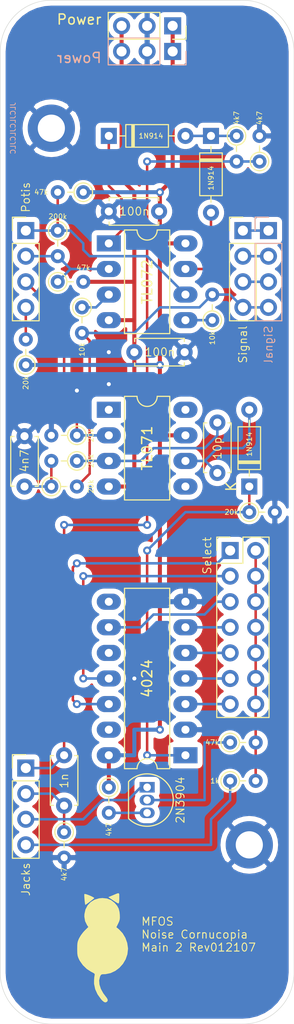
<source format=kicad_pcb>
(kicad_pcb (version 20171130) (host pcbnew "(5.1.9)-1")
  (layers (0 F.Cu signal) (31 B.Cu signal) (34 B.Paste user) (35 F.Paste user) (36 B.SilkS user) (37 F.SilkS user) (38 B.Mask user) (39 F.Mask user) (44 Edge.Cuts user))
  (net 0 "")
  (net 1 +12V)
  (net 2 GND)
  (net 3 -12V)
  (net 4 GHP)
  (net 5 GNS)
  (net 6 "Net-(C16-Pad2)")
  (net 7 "Net-(C16-Pad1)")
  (net 8 "Net-(C17-Pad1)")
  (net 9 "Net-(D1-Pad2)")
  (net 10 "Net-(D1-Pad1)")
  (net 11 "Net-(D2-Pad1)")
  (net 12 "Net-(D3-Pad1)")
  (net 13 "Net-(J1-Pad10)")
  (net 14 "Net-(J1-Pad13)")
  (net 15 "Net-(J1-Pad11)")
  (net 16 "Net-(J1-Pad9)")
  (net 17 "Net-(J1-Pad7)")
  (net 18 "Net-(J1-Pad5)")
  (net 19 "Net-(J1-Pad3)")
  (net 20 "Net-(J1-Pad1)")
  (net 21 LEDA)
  (net 22 GRNS2)
  (net 23 GRNS1)
  (net 24 RNGT)
  (net 25 GTF2)
  (net 26 GTF1)
  (net 27 "Net-(Q2-Pad3)")
  (net 28 "Net-(Q2-Pad2)")
  (net 29 "Net-(R14-Pad1)")
  (net 30 "Net-(R20-Pad1)")
  (net 31 NOISE_INT)
  (net 32 "Net-(J3-Pad3)")
  (net 33 "Net-(J3-Pad2)")
  (net 34 "Net-(J3-Pad1)")
  (module "FX_Pedal:CATs Tiny" (layer F.Cu) (at 10.16 93.98)
    (fp_text reference G*** hide)
    (fp_text value LOGO hide)
    (fp_poly (pts (xy 0.456975 -4.829467) (xy 0.844529 -4.680439) (xy 1.191874 -4.417732) (xy 1.225458 -4.384822) (xy 1.464055 -4.107912) (xy 1.614725 -3.824626) (xy 1.697509 -3.48841) (xy 1.723932 -3.226841) (xy 1.734654 -2.951323) (xy 1.716742 -2.749366) (xy 1.65967 -2.562077) (xy 1.569921 -2.365136) (xy 1.384587 -1.986327) (xy 1.6542 -1.762371) (xy 2.003462 -1.391333) (xy 2.277837 -0.934957) (xy 2.461494 -0.427833) (xy 2.538602 0.095445) (xy 2.54 0.173282) (xy 2.479094 0.70132) (xy 2.306737 1.199219) (xy 2.038466 1.650702) (xy 1.689822 2.039491) (xy 1.276342 2.34931) (xy 0.813566 2.56388) (xy 0.317032 2.666923) (xy 0.153071 2.673684) (xy -0.034668 2.683029) (xy -0.140304 2.732592) (xy -0.215185 2.854664) (xy -0.245147 2.924124) (xy -0.328912 3.292435) (xy -0.298378 3.702429) (xy -0.158607 4.135591) (xy 0.085336 4.573404) (xy 0.274598 4.824623) (xy 0.44326 5.045034) (xy 0.52047 5.201237) (xy 0.514114 5.318485) (xy 0.454526 5.400842) (xy 0.324072 5.474092) (xy 0.173517 5.440022) (xy -0.011028 5.293) (xy -0.130663 5.163553) (xy -0.480998 4.677667) (xy -0.713949 4.170772) (xy -0.8228 3.658744) (xy -0.830224 3.509211) (xy -0.825258 3.237845) (xy -0.807069 2.990606) (xy -0.782155 2.833508) (xy -0.759598 2.718381) (xy -0.780562 2.638134) (xy -0.86865 2.564707) (xy -1.047465 2.470041) (xy -1.116366 2.436221) (xy -1.549326 2.159047) (xy -1.938428 1.784867) (xy -2.247699 1.350126) (xy -2.315877 1.220895) (xy -2.404608 1.024189) (xy -2.460164 0.848821) (xy -2.490089 0.652432) (xy -2.501923 0.392661) (xy -2.503487 0.167105) (xy -2.499561 -0.156144) (xy -2.482584 -0.388705) (xy -2.444758 -0.573474) (xy -2.378284 -0.753342) (xy -2.309046 -0.902368) (xy -2.143994 -1.180462) (xy -1.923215 -1.472277) (xy -1.755235 -1.655242) (xy -1.395863 -2.007063) (xy -1.52418 -2.189979) (xy -1.717078 -2.579583) (xy -1.793965 -3.026348) (xy -1.787131 -3.273137) (xy -1.682718 -3.746388) (xy -1.46985 -4.15336) (xy -1.162458 -4.481549) (xy -0.774479 -4.718456) (xy -0.319844 -4.851579) (xy 0 -4.876538) (xy 0.456975 -4.829467)) (layer F.SilkS) (width 0.01))
    (fp_poly (pts (xy -1.562706 -5.239162) (xy -1.330645 -5.154334) (xy -1.283703 -5.135003) (xy -1.058284 -5.033511) (xy -0.893477 -4.945537) (xy -0.817481 -4.886585) (xy -0.815808 -4.877756) (xy -0.873658 -4.81923) (xy -1.007804 -4.70839) (xy -1.186161 -4.56946) (xy -1.376644 -4.426659) (xy -1.547168 -4.304209) (xy -1.66565 -4.22633) (xy -1.698959 -4.211053) (xy -1.717896 -4.272226) (xy -1.742797 -4.433953) (xy -1.768786 -4.663544) (xy -1.772965 -4.707022) (xy -1.792492 -4.956568) (xy -1.800971 -5.155657) (xy -1.79686 -5.265493) (xy -1.795379 -5.271027) (xy -1.726325 -5.280374) (xy -1.562706 -5.239162)) (layer F.SilkS) (width 0.01))
    (fp_poly (pts (xy 1.658089 -5.308771) (xy 1.673741 -5.187171) (xy 1.671837 -4.983051) (xy 1.671052 -4.877819) (xy 1.6641 -4.588967) (xy 1.641688 -4.418388) (xy 1.601483 -4.351319) (xy 1.5875 -4.349029) (xy 1.496195 -4.386629) (xy 1.327628 -4.482723) (xy 1.113766 -4.618727) (xy 1.049907 -4.661574) (xy 0.595867 -4.969826) (xy 0.983065 -5.130296) (xy 1.287368 -5.258615) (xy 1.486744 -5.336478) (xy 1.603037 -5.355868) (xy 1.658089 -5.308771)) (layer F.SilkS) (width 0.01))
  )
  (module Connector_PinHeader_2.54mm:PinHeader_1x04_P2.54mm_Vertical (layer F.Cu) (at 2.54 76.2)
    (fp_text reference J7 hide)
    (fp_text value Jacks (at 0 11.049 90) (layer F.SilkS) (effects (font (size 0.8 0.8) (thickness 0.1))))
    (fp_line (start -1.33 -1.33) (end 0 -1.33) (layer F.SilkS) (width 0.12))
    (fp_line (start -1.33 0) (end -1.33 -1.33) (layer F.SilkS) (width 0.12))
    (fp_line (start -1.33 1.27) (end 1.33 1.27) (layer F.SilkS) (width 0.12))
    (fp_line (start 1.33 1.27) (end 1.33 8.95) (layer F.SilkS) (width 0.12))
    (fp_line (start -1.33 1.27) (end -1.33 8.95) (layer F.SilkS) (width 0.12))
    (fp_line (start -1.33 8.95) (end 1.33 8.95) (layer F.SilkS) (width 0.12))
    (pad 4 thru_hole oval (at 0 7.62) (size 1.7 1.7) (drill 1) (layers *.Cu *.Mask) (net 24 RNGT))
    (pad 3 thru_hole oval (at 0 5.08) (size 1.7 1.7) (drill 1) (layers *.Cu *.Mask) (net 21 LEDA))
    (pad 2 thru_hole oval (at 0 2.54) (size 1.7 1.7) (drill 1) (layers *.Cu *.Mask) (net 4 GHP))
    (pad 1 thru_hole rect (at 0 0) (size 1.7 1.7) (drill 1) (layers *.Cu *.Mask) (net 5 GNS))
  )
  (module Connector_PinHeader_2.54mm:PinHeader_1x04_P2.54mm_Vertical (layer F.Cu) (at 2.54 22.86)
    (fp_text reference J6 hide)
    (fp_text value Potis (at 0 -3.302 90) (layer F.SilkS) (effects (font (size 0.8 0.8) (thickness 0.1))))
    (fp_line (start -1.33 -1.33) (end 0 -1.33) (layer F.SilkS) (width 0.12))
    (fp_line (start -1.33 0) (end -1.33 -1.33) (layer F.SilkS) (width 0.12))
    (fp_line (start -1.33 1.27) (end 1.33 1.27) (layer F.SilkS) (width 0.12))
    (fp_line (start 1.33 1.27) (end 1.33 8.95) (layer F.SilkS) (width 0.12))
    (fp_line (start -1.33 1.27) (end -1.33 8.95) (layer F.SilkS) (width 0.12))
    (fp_line (start -1.33 8.95) (end 1.33 8.95) (layer F.SilkS) (width 0.12))
    (pad 4 thru_hole oval (at 0 7.62) (size 1.7 1.7) (drill 1) (layers *.Cu *.Mask) (net 25 GTF2))
    (pad 3 thru_hole oval (at 0 5.08) (size 1.7 1.7) (drill 1) (layers *.Cu *.Mask) (net 26 GTF1))
    (pad 2 thru_hole oval (at 0 2.54) (size 1.7 1.7) (drill 1) (layers *.Cu *.Mask) (net 22 GRNS2))
    (pad 1 thru_hole rect (at 0 0) (size 1.7 1.7) (drill 1) (layers *.Cu *.Mask) (net 23 GRNS1))
  )
  (module Connector_PinHeader_2.54mm:PinHeader_1x03_P2.54mm_Vertical (layer B.Cu) (at 17.145 5.08 90)
    (fp_text reference J5 hide)
    (fp_text value Power (at -0.635 -6.985) (layer B.SilkS) (effects (justify left mirror)))
    (fp_line (start -1.33 1.33) (end 0 1.33) (layer B.SilkS) (width 0.12))
    (fp_line (start -1.33 0) (end -1.33 1.33) (layer B.SilkS) (width 0.12))
    (fp_line (start -1.33 -1.27) (end 1.33 -1.27) (layer B.SilkS) (width 0.12))
    (fp_line (start 1.33 -1.27) (end 1.33 -6.41) (layer B.SilkS) (width 0.12))
    (fp_line (start -1.33 -1.27) (end -1.33 -6.41) (layer B.SilkS) (width 0.12))
    (fp_line (start -1.33 -6.41) (end 1.33 -6.41) (layer B.SilkS) (width 0.12))
    (pad 3 thru_hole oval (at 0 -5.08 90) (size 1.7 1.7) (drill 1) (layers *.Cu *.Mask) (net 3 -12V))
    (pad 2 thru_hole oval (at 0 -2.54 90) (size 1.7 1.7) (drill 1) (layers *.Cu *.Mask) (net 2 GND))
    (pad 1 thru_hole rect (at 0 0 90) (size 1.7 1.7) (drill 1) (layers *.Cu *.Mask) (net 1 +12V))
  )
  (module Connector_PinHeader_2.54mm:PinHeader_1x04_P2.54mm_Vertical (layer F.Cu) (at 24.13 22.86)
    (fp_text reference J4 hide)
    (fp_text value Signal (at 0 11.303 -90) (layer F.SilkS) (effects (font (size 0.8 0.8) (thickness 0.1))))
    (fp_line (start -1.33 -1.33) (end 0 -1.33) (layer F.SilkS) (width 0.12))
    (fp_line (start -1.33 0) (end -1.33 -1.33) (layer F.SilkS) (width 0.12))
    (fp_line (start -1.33 1.27) (end 1.33 1.27) (layer F.SilkS) (width 0.12))
    (fp_line (start 1.33 1.27) (end 1.33 8.95) (layer F.SilkS) (width 0.12))
    (fp_line (start -1.33 1.27) (end -1.33 8.95) (layer F.SilkS) (width 0.12))
    (fp_line (start -1.33 8.95) (end 1.33 8.95) (layer F.SilkS) (width 0.12))
    (pad 4 thru_hole oval (at 0 7.62) (size 1.7 1.7) (drill 1) (layers *.Cu *.Mask) (net 31 NOISE_INT))
    (pad 3 thru_hole oval (at 0 5.08) (size 1.7 1.7) (drill 1) (layers *.Cu *.Mask) (net 32 "Net-(J3-Pad3)"))
    (pad 2 thru_hole oval (at 0 2.54) (size 1.7 1.7) (drill 1) (layers *.Cu *.Mask) (net 33 "Net-(J3-Pad2)"))
    (pad 1 thru_hole rect (at 0 0) (size 1.7 1.7) (drill 1) (layers *.Cu *.Mask) (net 34 "Net-(J3-Pad1)"))
  )
  (module Connector_PinSocket_2.54mm:PinSocket_1x04_P2.54mm_Vertical (layer B.Cu) (at 26.67 22.86 180)
    (fp_text reference J3 hide)
    (fp_text value Signal (at 0 -11.303 90) (layer B.SilkS) (effects (font (size 0.8 0.8) (thickness 0.1)) (justify mirror)))
    (fp_line (start 0 1.33) (end 1.33 1.33) (layer B.SilkS) (width 0.12))
    (fp_line (start 1.33 1.33) (end 1.33 0) (layer B.SilkS) (width 0.12))
    (fp_line (start 1.33 -1.27) (end 1.33 -8.95) (layer B.SilkS) (width 0.12))
    (fp_line (start -1.33 -8.95) (end 1.33 -8.95) (layer B.SilkS) (width 0.12))
    (fp_line (start -1.33 -1.27) (end -1.33 -8.95) (layer B.SilkS) (width 0.12))
    (fp_line (start -1.33 -1.27) (end 1.33 -1.27) (layer B.SilkS) (width 0.12))
    (pad 4 thru_hole oval (at 0 -7.62 180) (size 1.7 1.7) (drill 1) (layers *.Cu *.Mask) (net 31 NOISE_INT))
    (pad 3 thru_hole oval (at 0 -5.08 180) (size 1.7 1.7) (drill 1) (layers *.Cu *.Mask) (net 32 "Net-(J3-Pad3)"))
    (pad 2 thru_hole oval (at 0 -2.54 180) (size 1.7 1.7) (drill 1) (layers *.Cu *.Mask) (net 33 "Net-(J3-Pad2)"))
    (pad 1 thru_hole rect (at 0 0 180) (size 1.7 1.7) (drill 1) (layers *.Cu *.Mask) (net 34 "Net-(J3-Pad1)"))
  )
  (module Connector_PinSocket_2.54mm:PinSocket_1x03_P2.54mm_Vertical (layer F.Cu) (at 17.145 2.54 270)
    (fp_text reference J2 hide)
    (fp_text value Power (at -0.635 6.985) (layer F.SilkS) (effects (justify right)))
    (fp_line (start 0 -1.33) (end 1.33 -1.33) (layer F.SilkS) (width 0.12))
    (fp_line (start 1.33 -1.33) (end 1.33 0) (layer F.SilkS) (width 0.12))
    (fp_line (start 1.33 1.27) (end 1.33 6.41) (layer F.SilkS) (width 0.12))
    (fp_line (start -1.33 6.41) (end 1.33 6.41) (layer F.SilkS) (width 0.12))
    (fp_line (start -1.33 1.27) (end -1.33 6.41) (layer F.SilkS) (width 0.12))
    (fp_line (start -1.33 1.27) (end 1.33 1.27) (layer F.SilkS) (width 0.12))
    (pad 3 thru_hole oval (at 0 5.08 270) (size 1.7 1.7) (drill 1) (layers *.Cu *.Mask) (net 3 -12V))
    (pad 2 thru_hole oval (at 0 2.54 270) (size 1.7 1.7) (drill 1) (layers *.Cu *.Mask) (net 2 GND))
    (pad 1 thru_hole rect (at 0 0 270) (size 1.7 1.7) (drill 1) (layers *.Cu *.Mask) (net 1 +12V))
  )
  (module MountingHole:MountingHole_2.7mm_M2.5_DIN965_Pad (layer F.Cu) (at 24.765 83.82)
    (fp_text reference H2 hide)
    (fp_text value MountingHole_Pad hide)
    (pad 1 thru_hole circle (at 0 0) (size 4.7 4.7) (drill 2.7) (layers *.Cu *.Mask) (net 2 GND))
  )
  (module MountingHole:MountingHole_2.7mm_M2.5_DIN965_Pad (layer F.Cu) (at 5.08 12.7)
    (fp_text reference H1 hide)
    (fp_text value MountingHole_Pad hide)
    (pad 1 thru_hole circle (at 0 0) (size 4.7 4.7) (drill 2.7) (layers *.Cu *.Mask) (net 2 GND))
  )
  (module Resistor_THT:R_Axial_DIN0204_L3.6mm_D1.6mm_P2.54mm_Vertical (layer F.Cu) (at 22.86 77.47)
    (fp_text reference R32 hide)
    (fp_text value 1k (at -1.524 0) (layer F.SilkS) (effects (font (size 0.5 0.5) (thickness 0.08))))
    (fp_circle (center 0 0) (end 0.92 0) (layer F.SilkS) (width 0.12))
    (fp_line (start 0.92 0) (end 1.54 0) (layer F.SilkS) (width 0.12))
    (pad 2 thru_hole oval (at 2.54 0) (size 1.4 1.4) (drill 0.7) (layers *.Cu *.Mask) (net 13 "Net-(J1-Pad10)"))
    (pad 1 thru_hole circle (at 0 0) (size 1.4 1.4) (drill 0.7) (layers *.Cu *.Mask) (net 24 RNGT))
  )
  (module Resistor_THT:R_Axial_DIN0204_L3.6mm_D1.6mm_P2.54mm_Vertical (layer F.Cu) (at 7.62 43.18 180)
    (fp_text reference R31 hide)
    (fp_text value 20k (at -1.397 0 90) (layer F.SilkS) (effects (font (size 0.5 0.5) (thickness 0.08))))
    (fp_circle (center 0 0) (end 0.92 0) (layer F.SilkS) (width 0.12))
    (fp_line (start 0.92 0) (end 1.54 0) (layer F.SilkS) (width 0.12))
    (pad 2 thru_hole oval (at 2.54 0 180) (size 1.4 1.4) (drill 0.7) (layers *.Cu *.Mask) (net 2 GND))
    (pad 1 thru_hole circle (at 0 0 180) (size 1.4 1.4) (drill 0.7) (layers *.Cu *.Mask) (net 26 GTF1))
  )
  (module Resistor_THT:R_Axial_DIN0204_L3.6mm_D1.6mm_P2.54mm_Vertical (layer F.Cu) (at 22.86 73.66)
    (fp_text reference R30 hide)
    (fp_text value 47k (at -1.778 0) (layer F.SilkS) (effects (font (size 0.5 0.5) (thickness 0.08))))
    (fp_circle (center 0 0) (end 0.92 0) (layer F.SilkS) (width 0.12))
    (fp_line (start 0.92 0) (end 1.54 0) (layer F.SilkS) (width 0.12))
    (pad 2 thru_hole oval (at 2.54 0) (size 1.4 1.4) (drill 0.7) (layers *.Cu *.Mask) (net 13 "Net-(J1-Pad10)"))
    (pad 1 thru_hole circle (at 0 0) (size 1.4 1.4) (drill 0.7) (layers *.Cu *.Mask) (net 28 "Net-(Q2-Pad2)"))
  )
  (module Resistor_THT:R_Axial_DIN0204_L3.6mm_D1.6mm_P2.54mm_Vertical (layer F.Cu) (at 24.765 50.8)
    (fp_text reference R29 hide)
    (fp_text value 20k (at -1.778 0) (layer F.SilkS) (effects (font (size 0.5 0.5) (thickness 0.08))))
    (fp_circle (center 0 0) (end 0.92 0) (layer F.SilkS) (width 0.12))
    (fp_line (start 0.92 0) (end 1.54 0) (layer F.SilkS) (width 0.12))
    (pad 2 thru_hole oval (at 2.54 0) (size 1.4 1.4) (drill 0.7) (layers *.Cu *.Mask) (net 2 GND))
    (pad 1 thru_hole circle (at 0 0) (size 1.4 1.4) (drill 0.7) (layers *.Cu *.Mask) (net 12 "Net-(D3-Pad1)"))
  )
  (module Resistor_THT:R_Axial_DIN0204_L3.6mm_D1.6mm_P2.54mm_Vertical (layer F.Cu) (at 7.62 45.72 180)
    (fp_text reference R27 hide)
    (fp_text value 20k (at -1.397 0 90) (layer F.SilkS) (effects (font (size 0.5 0.5) (thickness 0.08))))
    (fp_circle (center 0 0) (end 0.92 0) (layer F.SilkS) (width 0.12))
    (fp_line (start 0.92 0) (end 1.54 0) (layer F.SilkS) (width 0.12))
    (pad 2 thru_hole oval (at 2.54 0 180) (size 1.4 1.4) (drill 0.7) (layers *.Cu *.Mask) (net 8 "Net-(C17-Pad1)"))
    (pad 1 thru_hole circle (at 0 0 180) (size 1.4 1.4) (drill 0.7) (layers *.Cu *.Mask) (net 7 "Net-(C16-Pad1)"))
  )
  (module Resistor_THT:R_Axial_DIN0204_L3.6mm_D1.6mm_P2.54mm_Vertical (layer F.Cu) (at 5.08 48.26)
    (fp_text reference R26 hide)
    (fp_text value 20k (at 3.937 0 90) (layer F.SilkS) (effects (font (size 0.5 0.5) (thickness 0.08))))
    (fp_circle (center 0 0) (end 0.92 0) (layer F.SilkS) (width 0.12))
    (fp_line (start 0.92 0) (end 1.54 0) (layer F.SilkS) (width 0.12))
    (pad 2 thru_hole oval (at 2.54 0) (size 1.4 1.4) (drill 0.7) (layers *.Cu *.Mask) (net 31 NOISE_INT))
    (pad 1 thru_hole circle (at 0 0) (size 1.4 1.4) (drill 0.7) (layers *.Cu *.Mask) (net 8 "Net-(C17-Pad1)"))
  )
  (module Resistor_THT:R_Axial_DIN0204_L3.6mm_D1.6mm_P2.54mm_Vertical (layer F.Cu) (at 2.54 36.195 90)
    (fp_text reference R25 hide)
    (fp_text value 20k (at -1.778 0 90) (layer F.SilkS) (effects (font (size 0.5 0.5) (thickness 0.08))))
    (fp_circle (center 0 0) (end 0.92 0) (layer F.SilkS) (width 0.12))
    (fp_line (start 0.92 0) (end 1.54 0) (layer F.SilkS) (width 0.12))
    (pad 2 thru_hole oval (at 2.54 0 90) (size 1.4 1.4) (drill 0.7) (layers *.Cu *.Mask) (net 25 GTF2))
    (pad 1 thru_hole circle (at 0 0 90) (size 1.4 1.4) (drill 0.7) (layers *.Cu *.Mask) (net 1 +12V))
  )
  (module Resistor_THT:R_Axial_DIN0204_L3.6mm_D1.6mm_P2.54mm_Vertical (layer F.Cu) (at 10.795 78.105 270)
    (fp_text reference R24 hide)
    (fp_text value 4k7 (at 4.191 0 90) (layer F.SilkS) (effects (font (size 0.5 0.5) (thickness 0.08))))
    (fp_circle (center 0 0) (end 0.92 0) (layer F.SilkS) (width 0.12))
    (fp_line (start 0.92 0) (end 1.54 0) (layer F.SilkS) (width 0.12))
    (pad 2 thru_hole oval (at 2.54 0 270) (size 1.4 1.4) (drill 0.7) (layers *.Cu *.Mask) (net 27 "Net-(Q2-Pad3)"))
    (pad 1 thru_hole circle (at 0 0 270) (size 1.4 1.4) (drill 0.7) (layers *.Cu *.Mask) (net 1 +12V))
  )
  (module Resistor_THT:R_Axial_DIN0204_L3.6mm_D1.6mm_P2.54mm_Vertical (layer F.Cu) (at 6.35 82.55 270)
    (fp_text reference R23 hide)
    (fp_text value 4k7 (at 4.191 0 90) (layer F.SilkS) (effects (font (size 0.5 0.5) (thickness 0.08))))
    (fp_circle (center 0 0) (end 0.92 0) (layer F.SilkS) (width 0.12))
    (fp_line (start 0.92 0) (end 1.54 0) (layer F.SilkS) (width 0.12))
    (pad 2 thru_hole oval (at 2.54 0 270) (size 1.4 1.4) (drill 0.7) (layers *.Cu *.Mask) (net 2 GND))
    (pad 1 thru_hole circle (at 0 0 270) (size 1.4 1.4) (drill 0.7) (layers *.Cu *.Mask) (net 4 GHP))
  )
  (module Resistor_THT:R_Axial_DIN0204_L3.6mm_D1.6mm_P2.54mm_Vertical (layer F.Cu) (at 5.715 27.94)
    (fp_text reference R22 hide)
    (fp_text value 47k (at 2.54 -1.397) (layer F.SilkS) (effects (font (size 0.5 0.5) (thickness 0.08))))
    (fp_circle (center 0 0) (end 0.92 0) (layer F.SilkS) (width 0.12))
    (fp_line (start 0.92 0) (end 1.54 0) (layer F.SilkS) (width 0.12))
    (pad 2 thru_hole oval (at 2.54 0) (size 1.4 1.4) (drill 0.7) (layers *.Cu *.Mask) (net 3 -12V))
    (pad 1 thru_hole circle (at 0 0) (size 1.4 1.4) (drill 0.7) (layers *.Cu *.Mask) (net 22 GRNS2))
  )
  (module Resistor_THT:R_Axial_DIN0204_L3.6mm_D1.6mm_P2.54mm_Vertical (layer F.Cu) (at 25.781 16.002 90)
    (fp_text reference R21 hide)
    (fp_text value 4k7 (at 4.318 0 90) (layer F.SilkS) (effects (font (size 0.5 0.5) (thickness 0.08))))
    (fp_circle (center 0 0) (end 0.92 0) (layer F.SilkS) (width 0.12))
    (fp_line (start 0.92 0) (end 1.54 0) (layer F.SilkS) (width 0.12))
    (pad 2 thru_hole oval (at 2.54 0 90) (size 1.4 1.4) (drill 0.7) (layers *.Cu *.Mask) (net 2 GND))
    (pad 1 thru_hole circle (at 0 0 90) (size 1.4 1.4) (drill 0.7) (layers *.Cu *.Mask) (net 5 GNS))
  )
  (module Resistor_THT:R_Axial_DIN0204_L3.6mm_D1.6mm_P2.54mm_Vertical (layer F.Cu) (at 8.128 30.48 270)
    (fp_text reference R20 hide)
    (fp_text value 10k (at 4.191 0 90) (layer F.SilkS) (effects (font (size 0.5 0.5) (thickness 0.08))))
    (fp_circle (center 0 0) (end 0.92 0) (layer F.SilkS) (width 0.12))
    (fp_line (start 0.92 0) (end 1.54 0) (layer F.SilkS) (width 0.12))
    (pad 2 thru_hole oval (at 2.54 0 270) (size 1.4 1.4) (drill 0.7) (layers *.Cu *.Mask) (net 31 NOISE_INT))
    (pad 1 thru_hole circle (at 0 0 270) (size 1.4 1.4) (drill 0.7) (layers *.Cu *.Mask) (net 30 "Net-(R20-Pad1)"))
  )
  (module Resistor_THT:R_Axial_DIN0204_L3.6mm_D1.6mm_P2.54mm_Vertical (layer F.Cu) (at 5.715 22.86 270)
    (fp_text reference R19 hide)
    (fp_text value 200k (at -1.397 0 180) (layer F.SilkS) (effects (font (size 0.5 0.5) (thickness 0.08))))
    (fp_circle (center 0 0) (end 0.92 0) (layer F.SilkS) (width 0.12))
    (fp_line (start 0.92 0) (end 1.54 0) (layer F.SilkS) (width 0.12))
    (pad 2 thru_hole oval (at 2.54 0 270) (size 1.4 1.4) (drill 0.7) (layers *.Cu *.Mask) (net 22 GRNS2))
    (pad 1 thru_hole circle (at 0 0 270) (size 1.4 1.4) (drill 0.7) (layers *.Cu *.Mask) (net 23 GRNS1))
  )
  (module Resistor_THT:R_Axial_DIN0204_L3.6mm_D1.6mm_P2.54mm_Vertical (layer F.Cu) (at 23.495 13.462 270)
    (fp_text reference R15 hide)
    (fp_text value 4k7 (at -1.778 0 90) (layer F.SilkS) (effects (font (size 0.5 0.5) (thickness 0.08))))
    (fp_circle (center 0 0) (end 0.92 0) (layer F.SilkS) (width 0.12))
    (fp_line (start 0.92 0) (end 1.54 0) (layer F.SilkS) (width 0.12))
    (pad 2 thru_hole oval (at 2.54 0 270) (size 1.4 1.4) (drill 0.7) (layers *.Cu *.Mask) (net 5 GNS))
    (pad 1 thru_hole circle (at 0 0 270) (size 1.4 1.4) (drill 0.7) (layers *.Cu *.Mask) (net 10 "Net-(D1-Pad1)"))
  )
  (module Resistor_THT:R_Axial_DIN0204_L3.6mm_D1.6mm_P2.54mm_Vertical (layer F.Cu) (at 21.082 31.75 90)
    (fp_text reference R14 hide)
    (fp_text value 10k (at -1.778 0 90) (layer F.SilkS) (effects (font (size 0.5 0.5) (thickness 0.08))))
    (fp_circle (center 0 0) (end 0.92 0) (layer F.SilkS) (width 0.12))
    (fp_line (start 0.92 0) (end 1.54 0) (layer F.SilkS) (width 0.12))
    (pad 2 thru_hole oval (at 2.54 0 90) (size 1.4 1.4) (drill 0.7) (layers *.Cu *.Mask) (net 31 NOISE_INT))
    (pad 1 thru_hole circle (at 0 0 90) (size 1.4 1.4) (drill 0.7) (layers *.Cu *.Mask) (net 29 "Net-(R14-Pad1)"))
  )
  (module Resistor_THT:R_Axial_DIN0204_L3.6mm_D1.6mm_P2.54mm_Vertical (layer F.Cu) (at 8.255 19.05 180)
    (fp_text reference R13 hide)
    (fp_text value 47k (at 4.191 0) (layer F.SilkS) (effects (font (size 0.5 0.5) (thickness 0.08))))
    (fp_circle (center 0 0) (end 0.92 0) (layer F.SilkS) (width 0.12))
    (fp_line (start 0.92 0) (end 1.54 0) (layer F.SilkS) (width 0.12))
    (pad 2 thru_hole oval (at 2.54 0 180) (size 1.4 1.4) (drill 0.7) (layers *.Cu *.Mask) (net 23 GRNS1))
    (pad 1 thru_hole circle (at 0 0 180) (size 1.4 1.4) (drill 0.7) (layers *.Cu *.Mask) (net 1 +12V))
  )
  (module Package_DIP:DIP-14_W7.62mm_LongPads (layer F.Cu) (at 18.415 74.93 180)
    (fp_text reference U5 hide)
    (fp_text value 4024 (at 3.81 7.62 90) (layer F.SilkS))
    (fp_line (start 2.81 -1.33) (end 1.56 -1.33) (layer F.SilkS) (width 0.12))
    (fp_line (start 1.56 -1.33) (end 1.56 16.57) (layer F.SilkS) (width 0.12))
    (fp_line (start 1.56 16.57) (end 6.06 16.57) (layer F.SilkS) (width 0.12))
    (fp_line (start 6.06 16.57) (end 6.06 -1.33) (layer F.SilkS) (width 0.12))
    (fp_line (start 6.06 -1.33) (end 4.81 -1.33) (layer F.SilkS) (width 0.12))
    (fp_arc (start 3.81 -1.33) (end 2.81 -1.33) (angle -180) (layer F.SilkS) (width 0.12))
    (pad 14 thru_hole oval (at 7.62 0 180) (size 2.4 1.6) (drill 0.8) (layers *.Cu *.Mask) (net 1 +12V))
    (pad 7 thru_hole oval (at 0 15.24 180) (size 2.4 1.6) (drill 0.8) (layers *.Cu *.Mask) (net 2 GND))
    (pad 13 thru_hole oval (at 7.62 2.54 180) (size 2.4 1.6) (drill 0.8) (layers *.Cu *.Mask))
    (pad 6 thru_hole oval (at 0 12.7 180) (size 2.4 1.6) (drill 0.8) (layers *.Cu *.Mask) (net 17 "Net-(J1-Pad7)"))
    (pad 12 thru_hole oval (at 7.62 5.08 180) (size 2.4 1.6) (drill 0.8) (layers *.Cu *.Mask) (net 20 "Net-(J1-Pad1)"))
    (pad 5 thru_hole oval (at 0 10.16 180) (size 2.4 1.6) (drill 0.8) (layers *.Cu *.Mask) (net 16 "Net-(J1-Pad9)"))
    (pad 11 thru_hole oval (at 7.62 7.62 180) (size 2.4 1.6) (drill 0.8) (layers *.Cu *.Mask) (net 19 "Net-(J1-Pad3)"))
    (pad 4 thru_hole oval (at 0 7.62 180) (size 2.4 1.6) (drill 0.8) (layers *.Cu *.Mask) (net 15 "Net-(J1-Pad11)"))
    (pad 10 thru_hole oval (at 7.62 10.16 180) (size 2.4 1.6) (drill 0.8) (layers *.Cu *.Mask))
    (pad 3 thru_hole oval (at 0 5.08 180) (size 2.4 1.6) (drill 0.8) (layers *.Cu *.Mask) (net 14 "Net-(J1-Pad13)"))
    (pad 9 thru_hole oval (at 7.62 12.7 180) (size 2.4 1.6) (drill 0.8) (layers *.Cu *.Mask) (net 18 "Net-(J1-Pad5)"))
    (pad 2 thru_hole oval (at 0 2.54 180) (size 2.4 1.6) (drill 0.8) (layers *.Cu *.Mask) (net 2 GND))
    (pad 8 thru_hole oval (at 7.62 15.24 180) (size 2.4 1.6) (drill 0.8) (layers *.Cu *.Mask))
    (pad 1 thru_hole rect (at 0 0 180) (size 2.4 1.6) (drill 0.8) (layers *.Cu *.Mask) (net 12 "Net-(D3-Pad1)"))
  )
  (module Package_DIP:DIP-8_W7.62mm_LongPads (layer F.Cu) (at 10.795 40.64)
    (fp_text reference U4 hide)
    (fp_text value TL071 (at 3.81 3.81 90) (layer F.SilkS))
    (fp_line (start 2.81 -1.33) (end 1.56 -1.33) (layer F.SilkS) (width 0.12))
    (fp_line (start 1.56 -1.33) (end 1.56 8.95) (layer F.SilkS) (width 0.12))
    (fp_line (start 1.56 8.95) (end 6.06 8.95) (layer F.SilkS) (width 0.12))
    (fp_line (start 6.06 8.95) (end 6.06 -1.33) (layer F.SilkS) (width 0.12))
    (fp_line (start 6.06 -1.33) (end 4.81 -1.33) (layer F.SilkS) (width 0.12))
    (fp_arc (start 3.81 -1.33) (end 2.81 -1.33) (angle -180) (layer F.SilkS) (width 0.12))
    (pad 8 thru_hole oval (at 7.62 0) (size 2.4 1.6) (drill 0.8) (layers *.Cu *.Mask))
    (pad 4 thru_hole oval (at 0 7.62) (size 2.4 1.6) (drill 0.8) (layers *.Cu *.Mask) (net 3 -12V))
    (pad 7 thru_hole oval (at 7.62 2.54) (size 2.4 1.6) (drill 0.8) (layers *.Cu *.Mask) (net 1 +12V))
    (pad 3 thru_hole oval (at 0 5.08) (size 2.4 1.6) (drill 0.8) (layers *.Cu *.Mask) (net 7 "Net-(C16-Pad1)"))
    (pad 6 thru_hole oval (at 7.62 5.08) (size 2.4 1.6) (drill 0.8) (layers *.Cu *.Mask) (net 6 "Net-(C16-Pad2)"))
    (pad 2 thru_hole oval (at 0 2.54) (size 2.4 1.6) (drill 0.8) (layers *.Cu *.Mask) (net 26 GTF1))
    (pad 5 thru_hole oval (at 7.62 7.62) (size 2.4 1.6) (drill 0.8) (layers *.Cu *.Mask))
    (pad 1 thru_hole rect (at 0 0) (size 2.4 1.6) (drill 0.8) (layers *.Cu *.Mask))
  )
  (module Package_DIP:DIP-8_W7.62mm_LongPads (layer F.Cu) (at 10.795 24.13)
    (fp_text reference U3 hide)
    (fp_text value TL072 (at 3.81 3.81 90) (layer F.SilkS))
    (fp_line (start 2.81 -1.33) (end 1.56 -1.33) (layer F.SilkS) (width 0.12))
    (fp_line (start 1.56 -1.33) (end 1.56 8.95) (layer F.SilkS) (width 0.12))
    (fp_line (start 1.56 8.95) (end 6.06 8.95) (layer F.SilkS) (width 0.12))
    (fp_line (start 6.06 8.95) (end 6.06 -1.33) (layer F.SilkS) (width 0.12))
    (fp_line (start 6.06 -1.33) (end 4.81 -1.33) (layer F.SilkS) (width 0.12))
    (fp_arc (start 3.81 -1.33) (end 2.81 -1.33) (angle -180) (layer F.SilkS) (width 0.12))
    (pad 8 thru_hole oval (at 7.62 0) (size 2.4 1.6) (drill 0.8) (layers *.Cu *.Mask) (net 1 +12V))
    (pad 4 thru_hole oval (at 0 7.62) (size 2.4 1.6) (drill 0.8) (layers *.Cu *.Mask) (net 3 -12V))
    (pad 7 thru_hole oval (at 7.62 2.54) (size 2.4 1.6) (drill 0.8) (layers *.Cu *.Mask) (net 9 "Net-(D1-Pad2)"))
    (pad 3 thru_hole oval (at 0 5.08) (size 2.4 1.6) (drill 0.8) (layers *.Cu *.Mask) (net 30 "Net-(R20-Pad1)"))
    (pad 6 thru_hole oval (at 7.62 5.08) (size 2.4 1.6) (drill 0.8) (layers *.Cu *.Mask) (net 23 GRNS1))
    (pad 2 thru_hole oval (at 0 2.54) (size 2.4 1.6) (drill 0.8) (layers *.Cu *.Mask) (net 22 GRNS2))
    (pad 5 thru_hole oval (at 7.62 7.62) (size 2.4 1.6) (drill 0.8) (layers *.Cu *.Mask) (net 29 "Net-(R14-Pad1)"))
    (pad 1 thru_hole rect (at 0 0) (size 2.4 1.6) (drill 0.8) (layers *.Cu *.Mask) (net 11 "Net-(D2-Pad1)"))
  )
  (module Package_TO_SOT_THT:TO-92_Inline (layer F.Cu) (at 14.605 78.105 270)
    (fp_text reference Q2 hide)
    (fp_text value 2N3904 (at 1.27 -3.302 270) (layer F.SilkS) (effects (font (size 0.8 0.8) (thickness 0.1))))
    (fp_line (start -0.53 1.85) (end 3.07 1.85) (layer F.SilkS) (width 0.12))
    (fp_arc (start 1.27 0) (end 1.27 -2.6) (angle 135) (layer F.SilkS) (width 0.12))
    (fp_arc (start 1.27 0) (end 1.27 -2.6) (angle -135) (layer F.SilkS) (width 0.12))
    (pad 1 thru_hole rect (at 0 0 270) (size 1.05 1.5) (drill 0.75) (layers *.Cu *.Mask) (net 21 LEDA))
    (pad 3 thru_hole oval (at 2.54 0 270) (size 1.05 1.5) (drill 0.75) (layers *.Cu *.Mask) (net 27 "Net-(Q2-Pad3)"))
    (pad 2 thru_hole oval (at 1.27 0 270) (size 1.05 1.5) (drill 0.75) (layers *.Cu *.Mask) (net 28 "Net-(Q2-Pad2)"))
  )
  (module Connector_PinHeader_2.54mm:PinHeader_2x07_P2.54mm_Vertical (layer F.Cu) (at 22.86 54.61)
    (fp_text reference J1 hide)
    (fp_text value Select (at -2.286 0.508 90) (layer F.SilkS) (effects (font (size 0.8 0.8) (thickness 0.1))))
    (fp_line (start -1.33 16.57) (end 3.87 16.57) (layer F.SilkS) (width 0.12))
    (fp_line (start -1.33 1.27) (end -1.33 16.57) (layer F.SilkS) (width 0.12))
    (fp_line (start 3.87 -1.33) (end 3.87 16.57) (layer F.SilkS) (width 0.12))
    (fp_line (start -1.33 1.27) (end 1.27 1.27) (layer F.SilkS) (width 0.12))
    (fp_line (start 1.27 1.27) (end 1.27 -1.33) (layer F.SilkS) (width 0.12))
    (fp_line (start 1.27 -1.33) (end 3.87 -1.33) (layer F.SilkS) (width 0.12))
    (fp_line (start -1.33 0) (end -1.33 -1.33) (layer F.SilkS) (width 0.12))
    (fp_line (start -1.33 -1.33) (end 0 -1.33) (layer F.SilkS) (width 0.12))
    (pad 14 thru_hole oval (at 2.54 15.24) (size 1.7 1.7) (drill 1) (layers *.Cu *.Mask) (net 13 "Net-(J1-Pad10)"))
    (pad 13 thru_hole oval (at 0 15.24) (size 1.7 1.7) (drill 1) (layers *.Cu *.Mask) (net 14 "Net-(J1-Pad13)"))
    (pad 12 thru_hole oval (at 2.54 12.7) (size 1.7 1.7) (drill 1) (layers *.Cu *.Mask) (net 13 "Net-(J1-Pad10)"))
    (pad 11 thru_hole oval (at 0 12.7) (size 1.7 1.7) (drill 1) (layers *.Cu *.Mask) (net 15 "Net-(J1-Pad11)"))
    (pad 10 thru_hole oval (at 2.54 10.16) (size 1.7 1.7) (drill 1) (layers *.Cu *.Mask) (net 13 "Net-(J1-Pad10)"))
    (pad 9 thru_hole oval (at 0 10.16) (size 1.7 1.7) (drill 1) (layers *.Cu *.Mask) (net 16 "Net-(J1-Pad9)"))
    (pad 8 thru_hole oval (at 2.54 7.62) (size 1.7 1.7) (drill 1) (layers *.Cu *.Mask) (net 13 "Net-(J1-Pad10)"))
    (pad 7 thru_hole oval (at 0 7.62) (size 1.7 1.7) (drill 1) (layers *.Cu *.Mask) (net 17 "Net-(J1-Pad7)"))
    (pad 6 thru_hole oval (at 2.54 5.08) (size 1.7 1.7) (drill 1) (layers *.Cu *.Mask) (net 13 "Net-(J1-Pad10)"))
    (pad 5 thru_hole oval (at 0 5.08) (size 1.7 1.7) (drill 1) (layers *.Cu *.Mask) (net 18 "Net-(J1-Pad5)"))
    (pad 4 thru_hole oval (at 2.54 2.54) (size 1.7 1.7) (drill 1) (layers *.Cu *.Mask) (net 13 "Net-(J1-Pad10)"))
    (pad 3 thru_hole oval (at 0 2.54) (size 1.7 1.7) (drill 1) (layers *.Cu *.Mask) (net 19 "Net-(J1-Pad3)"))
    (pad 2 thru_hole oval (at 2.54 0) (size 1.7 1.7) (drill 1) (layers *.Cu *.Mask) (net 13 "Net-(J1-Pad10)"))
    (pad 1 thru_hole rect (at 0 0) (size 1.7 1.7) (drill 1) (layers *.Cu *.Mask) (net 20 "Net-(J1-Pad1)"))
  )
  (module Diode_THT:D_DO-35_SOD27_P7.62mm_Horizontal (layer F.Cu) (at 24.765 48.26 90)
    (fp_text reference D3 hide)
    (fp_text value 1N914 (at 4.191 0 90) (layer F.SilkS) (effects (font (size 0.5 0.5) (thickness 0.08))))
    (fp_line (start 1.69 -1.12) (end 1.69 1.12) (layer F.SilkS) (width 0.12))
    (fp_line (start 1.69 1.12) (end 5.93 1.12) (layer F.SilkS) (width 0.12))
    (fp_line (start 5.93 1.12) (end 5.93 -1.12) (layer F.SilkS) (width 0.12))
    (fp_line (start 5.93 -1.12) (end 1.69 -1.12) (layer F.SilkS) (width 0.12))
    (fp_line (start 1.04 0) (end 1.69 0) (layer F.SilkS) (width 0.12))
    (fp_line (start 6.58 0) (end 5.93 0) (layer F.SilkS) (width 0.12))
    (fp_line (start 2.41 -1.12) (end 2.41 1.12) (layer F.SilkS) (width 0.12))
    (fp_line (start 2.53 -1.12) (end 2.53 1.12) (layer F.SilkS) (width 0.12))
    (fp_line (start 2.29 -1.12) (end 2.29 1.12) (layer F.SilkS) (width 0.12))
    (fp_text user K (at 0 -1.8 90) (layer F.SilkS))
    (pad 2 thru_hole oval (at 7.62 0 90) (size 1.6 1.6) (drill 0.8) (layers *.Cu *.Mask) (net 6 "Net-(C16-Pad2)"))
    (pad 1 thru_hole rect (at 0 0 90) (size 1.6 1.6) (drill 0.8) (layers *.Cu *.Mask) (net 12 "Net-(D3-Pad1)"))
  )
  (module Diode_THT:D_DO-35_SOD27_P7.62mm_Horizontal (layer F.Cu) (at 10.795 13.462)
    (fp_text reference D2 hide)
    (fp_text value 1N914 (at 4.191 0) (layer F.SilkS) (effects (font (size 0.5 0.5) (thickness 0.08))))
    (fp_line (start 1.69 -1.12) (end 1.69 1.12) (layer F.SilkS) (width 0.12))
    (fp_line (start 1.69 1.12) (end 5.93 1.12) (layer F.SilkS) (width 0.12))
    (fp_line (start 5.93 1.12) (end 5.93 -1.12) (layer F.SilkS) (width 0.12))
    (fp_line (start 5.93 -1.12) (end 1.69 -1.12) (layer F.SilkS) (width 0.12))
    (fp_line (start 1.04 0) (end 1.69 0) (layer F.SilkS) (width 0.12))
    (fp_line (start 6.58 0) (end 5.93 0) (layer F.SilkS) (width 0.12))
    (fp_line (start 2.41 -1.12) (end 2.41 1.12) (layer F.SilkS) (width 0.12))
    (fp_line (start 2.53 -1.12) (end 2.53 1.12) (layer F.SilkS) (width 0.12))
    (fp_line (start 2.29 -1.12) (end 2.29 1.12) (layer F.SilkS) (width 0.12))
    (pad 2 thru_hole oval (at 7.62 0) (size 1.6 1.6) (drill 0.8) (layers *.Cu *.Mask) (net 10 "Net-(D1-Pad1)"))
    (pad 1 thru_hole rect (at 0 0) (size 1.6 1.6) (drill 0.8) (layers *.Cu *.Mask) (net 11 "Net-(D2-Pad1)"))
  )
  (module Diode_THT:D_DO-35_SOD27_P7.62mm_Horizontal (layer F.Cu) (at 20.955 13.462 270)
    (fp_text reference D1 hide)
    (fp_text value 1N914 (at 4.191 0 90) (layer F.SilkS) (effects (font (size 0.5 0.5) (thickness 0.08))))
    (fp_line (start 1.69 -1.12) (end 1.69 1.12) (layer F.SilkS) (width 0.12))
    (fp_line (start 1.69 1.12) (end 5.93 1.12) (layer F.SilkS) (width 0.12))
    (fp_line (start 5.93 1.12) (end 5.93 -1.12) (layer F.SilkS) (width 0.12))
    (fp_line (start 5.93 -1.12) (end 1.69 -1.12) (layer F.SilkS) (width 0.12))
    (fp_line (start 1.04 0) (end 1.69 0) (layer F.SilkS) (width 0.12))
    (fp_line (start 6.58 0) (end 5.93 0) (layer F.SilkS) (width 0.12))
    (fp_line (start 2.41 -1.12) (end 2.41 1.12) (layer F.SilkS) (width 0.12))
    (fp_line (start 2.53 -1.12) (end 2.53 1.12) (layer F.SilkS) (width 0.12))
    (fp_line (start 2.29 -1.12) (end 2.29 1.12) (layer F.SilkS) (width 0.12))
    (pad 2 thru_hole oval (at 7.62 0 270) (size 1.6 1.6) (drill 0.8) (layers *.Cu *.Mask) (net 9 "Net-(D1-Pad2)"))
    (pad 1 thru_hole rect (at 0 0 270) (size 1.6 1.6) (drill 0.8) (layers *.Cu *.Mask) (net 10 "Net-(D1-Pad1)"))
  )
  (module Capacitor_THT:C_Disc_D4.7mm_W2.5mm_P5.00mm (layer F.Cu) (at 2.413 48.26 90)
    (fp_text reference C17 hide)
    (fp_text value 4n7 (at 2.54 0 90) (layer F.SilkS) (effects (font (size 0.8 0.8) (thickness 0.1))))
    (fp_line (start 0.03 -1.37) (end 4.97 -1.37) (layer F.SilkS) (width 0.12))
    (fp_line (start 0.03 1.37) (end 4.97 1.37) (layer F.SilkS) (width 0.12))
    (fp_line (start 0.03 -1.37) (end 0.03 -1.055) (layer F.SilkS) (width 0.12))
    (fp_line (start 0.03 1.055) (end 0.03 1.37) (layer F.SilkS) (width 0.12))
    (fp_line (start 4.97 -1.37) (end 4.97 -1.055) (layer F.SilkS) (width 0.12))
    (fp_line (start 4.97 1.055) (end 4.97 1.37) (layer F.SilkS) (width 0.12))
    (pad 2 thru_hole circle (at 5 0 90) (size 1.6 1.6) (drill 0.8) (layers *.Cu *.Mask) (net 2 GND))
    (pad 1 thru_hole circle (at 0 0 90) (size 1.6 1.6) (drill 0.8) (layers *.Cu *.Mask) (net 8 "Net-(C17-Pad1)"))
  )
  (module Capacitor_THT:C_Disc_D4.7mm_W2.5mm_P5.00mm (layer F.Cu) (at 21.59 41.91 270)
    (fp_text reference C16 hide)
    (fp_text value 10p (at 2.54 0 90) (layer F.SilkS) (effects (font (size 0.8 0.8) (thickness 0.1))))
    (fp_line (start 0.03 -1.37) (end 4.97 -1.37) (layer F.SilkS) (width 0.12))
    (fp_line (start 0.03 1.37) (end 4.97 1.37) (layer F.SilkS) (width 0.12))
    (fp_line (start 0.03 -1.37) (end 0.03 -1.055) (layer F.SilkS) (width 0.12))
    (fp_line (start 0.03 1.055) (end 0.03 1.37) (layer F.SilkS) (width 0.12))
    (fp_line (start 4.97 -1.37) (end 4.97 -1.055) (layer F.SilkS) (width 0.12))
    (fp_line (start 4.97 1.055) (end 4.97 1.37) (layer F.SilkS) (width 0.12))
    (pad 2 thru_hole circle (at 5 0 270) (size 1.6 1.6) (drill 0.8) (layers *.Cu *.Mask) (net 6 "Net-(C16-Pad2)"))
    (pad 1 thru_hole circle (at 0 0 270) (size 1.6 1.6) (drill 0.8) (layers *.Cu *.Mask) (net 7 "Net-(C16-Pad1)"))
  )
  (module Capacitor_THT:C_Disc_D4.7mm_W2.5mm_P5.00mm (layer F.Cu) (at 6.35 74.93 270)
    (fp_text reference C15 hide)
    (fp_text value 1n (at 2.54 0 90) (layer F.SilkS) (effects (font (size 0.8 0.8) (thickness 0.1))))
    (fp_line (start 0.03 -1.37) (end 4.97 -1.37) (layer F.SilkS) (width 0.12))
    (fp_line (start 0.03 1.37) (end 4.97 1.37) (layer F.SilkS) (width 0.12))
    (fp_line (start 0.03 -1.37) (end 0.03 -1.055) (layer F.SilkS) (width 0.12))
    (fp_line (start 0.03 1.055) (end 0.03 1.37) (layer F.SilkS) (width 0.12))
    (fp_line (start 4.97 -1.37) (end 4.97 -1.055) (layer F.SilkS) (width 0.12))
    (fp_line (start 4.97 1.055) (end 4.97 1.37) (layer F.SilkS) (width 0.12))
    (pad 2 thru_hole circle (at 5 0 270) (size 1.6 1.6) (drill 0.8) (layers *.Cu *.Mask) (net 4 GHP))
    (pad 1 thru_hole circle (at 0 0 270) (size 1.6 1.6) (drill 0.8) (layers *.Cu *.Mask) (net 5 GNS))
  )
  (module Capacitor_THT:C_Disc_D4.7mm_W2.5mm_P5.00mm (layer F.Cu) (at 13.335 34.925)
    (fp_text reference C13 hide)
    (fp_text value 100n (at 2.54 0) (layer F.SilkS) (effects (font (size 0.8 0.8) (thickness 0.1))))
    (fp_line (start 0.03 -1.37) (end 4.97 -1.37) (layer F.SilkS) (width 0.12))
    (fp_line (start 0.03 1.37) (end 4.97 1.37) (layer F.SilkS) (width 0.12))
    (fp_line (start 0.03 -1.37) (end 0.03 -1.055) (layer F.SilkS) (width 0.12))
    (fp_line (start 0.03 1.055) (end 0.03 1.37) (layer F.SilkS) (width 0.12))
    (fp_line (start 4.97 -1.37) (end 4.97 -1.055) (layer F.SilkS) (width 0.12))
    (fp_line (start 4.97 1.055) (end 4.97 1.37) (layer F.SilkS) (width 0.12))
    (pad 2 thru_hole circle (at 5 0) (size 1.6 1.6) (drill 0.8) (layers *.Cu *.Mask) (net 2 GND))
    (pad 1 thru_hole circle (at 0 0) (size 1.6 1.6) (drill 0.8) (layers *.Cu *.Mask) (net 3 -12V))
  )
  (module Capacitor_THT:C_Disc_D4.7mm_W2.5mm_P5.00mm (layer F.Cu) (at 10.795 20.955)
    (fp_text reference C8 hide)
    (fp_text value 100n (at 2.54 0) (layer F.SilkS) (effects (font (size 0.8 0.8) (thickness 0.1))))
    (fp_line (start 0.03 -1.37) (end 4.97 -1.37) (layer F.SilkS) (width 0.12))
    (fp_line (start 0.03 1.37) (end 4.97 1.37) (layer F.SilkS) (width 0.12))
    (fp_line (start 0.03 -1.37) (end 0.03 -1.055) (layer F.SilkS) (width 0.12))
    (fp_line (start 0.03 1.055) (end 0.03 1.37) (layer F.SilkS) (width 0.12))
    (fp_line (start 4.97 -1.37) (end 4.97 -1.055) (layer F.SilkS) (width 0.12))
    (fp_line (start 4.97 1.055) (end 4.97 1.37) (layer F.SilkS) (width 0.12))
    (pad 2 thru_hole circle (at 5 0) (size 1.6 1.6) (drill 0.8) (layers *.Cu *.Mask) (net 1 +12V))
    (pad 1 thru_hole circle (at 0 0) (size 1.6 1.6) (drill 0.8) (layers *.Cu *.Mask) (net 2 GND))
  )
  (gr_text JLCJLCJLCJLC (at 1.27 12.7 90) (layer B.SilkS) (effects (font (size 0.5 0.5) (thickness 0.08)) (justify mirror)))
  (gr_text "MFOS\nNoise Cornucopia\nMain 2 Rev012107" (at 13.97 92.71) (layer F.SilkS) (effects (font (size 0.8 0.8) (thickness 0.1)) (justify left)))
  (gr_arc (start 5.08 5.08) (end 5.08 0) (angle -90) (layer Edge.Cuts) (width 0.05))
  (gr_arc (start 24.13 96.52) (end 24.13 101.6) (angle -90) (layer Edge.Cuts) (width 0.05))
  (gr_arc (start 5.08 96.52) (end 0 96.52) (angle -90) (layer Edge.Cuts) (width 0.05))
  (gr_arc (start 24.13 5.08) (end 29.21 5.08) (angle -90) (layer Edge.Cuts) (width 0.05))
  (gr_line (start 29.21 96.52) (end 29.21 5.08) (layer Edge.Cuts) (width 0.05))
  (gr_line (start 5.08 101.6) (end 24.13 101.6) (layer Edge.Cuts) (width 0.05))
  (gr_line (start 0 5.08) (end 0 96.52) (layer Edge.Cuts) (width 0.05))
  (gr_line (start 5.08 0) (end 24.13 0) (layer Edge.Cuts) (width 0.05))
  (segment (start 18.415 24.13) (end 15.875 24.13) (width 0.4) (layer F.Cu) (net 1))
  (segment (start 17.145 2.54) (end 17.145 5.08) (width 0.4) (layer F.Cu) (net 1))
  (segment (start 15.875 43.18) (end 18.415 43.18) (width 0.4) (layer F.Cu) (net 1))
  (segment (start 15.875 24.13) (end 15.875 43.18) (width 0.4) (layer F.Cu) (net 1))
  (segment (start 2.54 36.195) (end 15.875 36.195) (width 0.4) (layer B.Cu) (net 1))
  (segment (start 15.875 36.195) (end 15.875 36.195) (width 0.4) (layer B.Cu) (net 1))
  (via (at 15.875 36.195) (size 0.8) (drill 0.4) (layers F.Cu B.Cu) (net 1))
  (segment (start 17.145 5.08) (end 17.145 17.78) (width 0.4) (layer F.Cu) (net 1))
  (segment (start 15.875 24.13) (end 15.875 19.05) (width 0.4) (layer F.Cu) (net 1))
  (segment (start 15.875 19.05) (end 17.145 17.78) (width 0.4) (layer F.Cu) (net 1))
  (segment (start 15.875 19.05) (end 15.875 19.05) (width 0.4) (layer F.Cu) (net 1))
  (via (at 15.875 19.05) (size 0.8) (drill 0.4) (layers F.Cu B.Cu) (net 1))
  (segment (start 8.255 19.05) (end 15.875 19.05) (width 0.4) (layer B.Cu) (net 1))
  (segment (start 10.795 74.93) (end 10.795 78.105) (width 0.4) (layer F.Cu) (net 1))
  (segment (start 15.875 43.18) (end 15.875 72.39) (width 0.4) (layer F.Cu) (net 1))
  (segment (start 15.875 72.39) (end 15.875 72.39) (width 0.4) (layer F.Cu) (net 1))
  (via (at 15.875 72.39) (size 0.8) (drill 0.4) (layers F.Cu B.Cu) (net 1))
  (segment (start 15.875 72.39) (end 13.335 72.39) (width 0.4) (layer B.Cu) (net 1))
  (segment (start 13.335 72.39) (end 13.335 74.93) (width 0.4) (layer B.Cu) (net 1))
  (segment (start 13.335 74.93) (end 10.795 74.93) (width 0.4) (layer B.Cu) (net 1))
  (via (at 10.795 34.925) (size 0.8) (drill 0.4) (layers F.Cu B.Cu) (net 2))
  (via (at 10.795 38.1) (size 0.8) (drill 0.4) (layers F.Cu B.Cu) (net 2))
  (via (at 7.62 38.735) (size 0.8) (drill 0.4) (layers F.Cu B.Cu) (net 2))
  (via (at 13.335 67.31) (size 0.8) (drill 0.4) (layers F.Cu B.Cu) (net 2))
  (segment (start 8.255 27.94) (end 13.335 27.94) (width 0.4) (layer F.Cu) (net 3))
  (segment (start 13.335 27.94) (end 13.335 31.75) (width 0.4) (layer F.Cu) (net 3))
  (segment (start 13.335 31.75) (end 10.795 31.75) (width 0.4) (layer F.Cu) (net 3))
  (segment (start 12.065 2.54) (end 12.065 5.08) (width 0.4) (layer F.Cu) (net 3))
  (segment (start 13.335 48.26) (end 10.795 48.26) (width 0.4) (layer F.Cu) (net 3))
  (segment (start 13.335 31.75) (end 13.335 48.26) (width 0.4) (layer F.Cu) (net 3))
  (segment (start 12.065 5.08) (end 12.065 17.78) (width 0.4) (layer F.Cu) (net 3))
  (segment (start 13.335 27.94) (end 13.335 19.05) (width 0.4) (layer F.Cu) (net 3))
  (segment (start 12.065 17.78) (end 13.335 19.05) (width 0.4) (layer F.Cu) (net 3))
  (segment (start 5.16 78.74) (end 6.35 79.93) (width 0.25) (layer B.Cu) (net 4))
  (segment (start 2.54 78.74) (end 5.16 78.74) (width 0.25) (layer B.Cu) (net 4))
  (segment (start 6.35 79.93) (end 6.35 82.55) (width 0.25) (layer F.Cu) (net 4))
  (segment (start 23.495 16.002) (end 14.605 16.002) (width 0.25) (layer B.Cu) (net 5))
  (segment (start 14.605 16.002) (end 14.605 16.002) (width 0.25) (layer B.Cu) (net 5))
  (via (at 14.605 16.002) (size 0.8) (drill 0.4) (layers F.Cu B.Cu) (net 5))
  (segment (start 23.495 16.002) (end 25.781 16.002) (width 0.25) (layer B.Cu) (net 5))
  (segment (start 14.605 16.002) (end 14.605 36.195) (width 0.25) (layer F.Cu) (net 5))
  (segment (start 14.605 36.195) (end 14.605 52.07) (width 0.25) (layer F.Cu) (net 5))
  (segment (start 14.605 52.07) (end 14.605 52.07) (width 0.25) (layer F.Cu) (net 5))
  (via (at 14.605 52.07) (size 0.8) (drill 0.4) (layers F.Cu B.Cu) (net 5))
  (segment (start 14.605 52.07) (end 6.35 52.07) (width 0.25) (layer B.Cu) (net 5))
  (segment (start 6.35 52.07) (end 6.35 52.07) (width 0.25) (layer B.Cu) (net 5))
  (via (at 6.35 52.07) (size 0.8) (drill 0.4) (layers F.Cu B.Cu) (net 5))
  (segment (start 6.35 52.07) (end 6.35 74.93) (width 0.25) (layer F.Cu) (net 5))
  (segment (start 5.08 76.2) (end 6.35 74.93) (width 0.25) (layer B.Cu) (net 5))
  (segment (start 2.54 76.2) (end 5.08 76.2) (width 0.25) (layer B.Cu) (net 5))
  (segment (start 20.4 45.72) (end 21.59 46.91) (width 0.25) (layer B.Cu) (net 6))
  (segment (start 18.415 45.72) (end 20.4 45.72) (width 0.25) (layer B.Cu) (net 6))
  (segment (start 20.4 45.72) (end 20.4 45.64) (width 0.25) (layer B.Cu) (net 6))
  (segment (start 20.4 45.64) (end 21.59 44.45) (width 0.25) (layer B.Cu) (net 6))
  (segment (start 21.59 44.45) (end 24.13 44.45) (width 0.25) (layer B.Cu) (net 6))
  (segment (start 24.765 43.815) (end 24.765 40.64) (width 0.25) (layer B.Cu) (net 6))
  (segment (start 24.13 44.45) (end 24.765 43.815) (width 0.25) (layer B.Cu) (net 6))
  (segment (start 7.62 45.72) (end 10.795 45.72) (width 0.25) (layer B.Cu) (net 7))
  (segment (start 10.795 45.72) (end 13.97 45.72) (width 0.25) (layer B.Cu) (net 7))
  (segment (start 13.97 45.72) (end 15.24 44.45) (width 0.25) (layer B.Cu) (net 7))
  (segment (start 15.24 44.45) (end 20.32 44.45) (width 0.25) (layer B.Cu) (net 7))
  (segment (start 21.59 43.18) (end 21.59 41.91) (width 0.25) (layer B.Cu) (net 7))
  (segment (start 20.32 44.45) (end 21.59 43.18) (width 0.25) (layer B.Cu) (net 7))
  (segment (start 5.08 45.72) (end 5.08 48.26) (width 0.25) (layer F.Cu) (net 8))
  (segment (start 2.413 48.26) (end 5.08 48.26) (width 0.25) (layer B.Cu) (net 8))
  (segment (start 18.415 26.67) (end 20.955 26.67) (width 0.25) (layer F.Cu) (net 9))
  (segment (start 20.955 26.67) (end 20.955 21.082) (width 0.25) (layer F.Cu) (net 9))
  (segment (start 18.415 13.462) (end 20.955 13.462) (width 0.25) (layer B.Cu) (net 10))
  (segment (start 20.955 13.462) (end 23.495 13.462) (width 0.25) (layer B.Cu) (net 10))
  (segment (start 10.795 24.13) (end 12.065 22.86) (width 0.25) (layer F.Cu) (net 11))
  (segment (start 12.065 22.86) (end 12.065 19.685) (width 0.25) (layer F.Cu) (net 11))
  (segment (start 12.065 19.685) (end 10.795 18.415) (width 0.25) (layer F.Cu) (net 11))
  (segment (start 10.795 18.415) (end 10.795 13.462) (width 0.25) (layer F.Cu) (net 11))
  (segment (start 24.765 48.26) (end 24.765 50.8) (width 0.25) (layer F.Cu) (net 12))
  (segment (start 24.765 50.8) (end 18.415 50.8) (width 0.25) (layer B.Cu) (net 12))
  (segment (start 18.415 50.8) (end 14.605 54.61) (width 0.25) (layer B.Cu) (net 12))
  (segment (start 14.605 54.61) (end 14.605 54.61) (width 0.25) (layer B.Cu) (net 12))
  (via (at 14.605 54.61) (size 0.8) (drill 0.4) (layers F.Cu B.Cu) (net 12))
  (segment (start 18.415 74.93) (end 14.605 74.93) (width 0.25) (layer B.Cu) (net 12))
  (segment (start 14.605 74.93) (end 14.605 74.93) (width 0.25) (layer B.Cu) (net 12))
  (via (at 14.605 74.93) (size 0.8) (drill 0.4) (layers F.Cu B.Cu) (net 12))
  (segment (start 14.605 54.61) (end 14.605 74.93) (width 0.25) (layer F.Cu) (net 12))
  (segment (start 25.4 54.61) (end 25.4 57.15) (width 0.25) (layer F.Cu) (net 13))
  (segment (start 25.4 57.15) (end 25.4 59.69) (width 0.25) (layer F.Cu) (net 13))
  (segment (start 25.4 59.69) (end 25.4 62.23) (width 0.25) (layer F.Cu) (net 13))
  (segment (start 25.4 62.23) (end 25.4 64.77) (width 0.25) (layer F.Cu) (net 13))
  (segment (start 25.4 64.77) (end 25.4 67.31) (width 0.25) (layer F.Cu) (net 13))
  (segment (start 25.4 67.31) (end 25.4 69.85) (width 0.25) (layer F.Cu) (net 13))
  (segment (start 25.4 69.85) (end 25.4 73.66) (width 0.25) (layer F.Cu) (net 13))
  (segment (start 25.4 73.66) (end 25.4 77.47) (width 0.25) (layer F.Cu) (net 13))
  (segment (start 18.415 69.85) (end 22.86 69.85) (width 0.25) (layer B.Cu) (net 14))
  (segment (start 18.415 67.31) (end 22.86 67.31) (width 0.25) (layer B.Cu) (net 15))
  (segment (start 18.415 64.77) (end 22.86 64.77) (width 0.25) (layer B.Cu) (net 16))
  (segment (start 18.415 62.23) (end 22.86 62.23) (width 0.25) (layer B.Cu) (net 17))
  (segment (start 10.795 62.23) (end 13.97 62.23) (width 0.25) (layer B.Cu) (net 18))
  (segment (start 13.97 62.23) (end 15.24 60.96) (width 0.25) (layer B.Cu) (net 18))
  (segment (start 15.24 60.96) (end 20.32 60.96) (width 0.25) (layer B.Cu) (net 18))
  (segment (start 21.59 59.69) (end 22.86 59.69) (width 0.25) (layer B.Cu) (net 18))
  (segment (start 20.32 60.96) (end 21.59 59.69) (width 0.25) (layer B.Cu) (net 18))
  (segment (start 10.795 67.31) (end 8.255 67.31) (width 0.25) (layer B.Cu) (net 19))
  (segment (start 8.255 67.31) (end 8.255 57.15) (width 0.25) (layer F.Cu) (net 19))
  (segment (start 8.255 57.15) (end 8.255 57.15) (width 0.25) (layer B.Cu) (net 19))
  (segment (start 8.255 57.15) (end 22.86 57.15) (width 0.25) (layer B.Cu) (net 19))
  (via (at 8.255 57.15) (size 0.8) (drill 0.4) (layers F.Cu B.Cu) (net 19))
  (segment (start 8.255 67.31) (end 8.255 67.31) (width 0.25) (layer B.Cu) (net 19))
  (via (at 8.255 67.31) (size 0.8) (drill 0.4) (layers F.Cu B.Cu) (net 19))
  (segment (start 10.795 69.85) (end 7.62 69.85) (width 0.25) (layer B.Cu) (net 20))
  (segment (start 7.62 69.85) (end 7.62 69.85) (width 0.25) (layer B.Cu) (net 20))
  (via (at 7.62 69.85) (size 0.8) (drill 0.4) (layers F.Cu B.Cu) (net 20))
  (via (at 7.62 55.88) (size 0.8) (drill 0.4) (layers F.Cu B.Cu) (net 20))
  (segment (start 7.220001 56.279999) (end 7.62 55.88) (width 0.25) (layer F.Cu) (net 20))
  (segment (start 7.220001 69.450001) (end 7.220001 56.279999) (width 0.25) (layer F.Cu) (net 20))
  (segment (start 7.62 69.85) (end 7.220001 69.450001) (width 0.25) (layer F.Cu) (net 20))
  (segment (start 21.59 55.88) (end 22.86 54.61) (width 0.25) (layer B.Cu) (net 20))
  (segment (start 7.62 55.88) (end 21.59 55.88) (width 0.25) (layer B.Cu) (net 20))
  (segment (start 2.54 81.28) (end 8.255 81.28) (width 0.25) (layer B.Cu) (net 21))
  (segment (start 8.255 81.28) (end 10.16 79.375) (width 0.25) (layer B.Cu) (net 21))
  (segment (start 10.16 79.375) (end 12.7 79.375) (width 0.25) (layer B.Cu) (net 21))
  (segment (start 13.97 78.105) (end 14.605 78.105) (width 0.25) (layer B.Cu) (net 21))
  (segment (start 12.7 79.375) (end 13.97 78.105) (width 0.25) (layer B.Cu) (net 21))
  (segment (start 5.715 27.94) (end 6.985 26.67) (width 0.25) (layer B.Cu) (net 22))
  (segment (start 6.985 26.67) (end 10.795 26.67) (width 0.25) (layer B.Cu) (net 22))
  (segment (start 5.715 25.4) (end 6.985 26.67) (width 0.25) (layer B.Cu) (net 22))
  (segment (start 5.715 25.4) (end 2.54 25.4) (width 0.25) (layer B.Cu) (net 22))
  (segment (start 2.54 22.86) (end 5.715 22.86) (width 0.25) (layer B.Cu) (net 23))
  (segment (start 14.605 25.4) (end 18.415 29.21) (width 0.25) (layer B.Cu) (net 23))
  (segment (start 8.89 25.4) (end 14.605 25.4) (width 0.25) (layer B.Cu) (net 23))
  (segment (start 8.255 24.765) (end 8.89 25.4) (width 0.25) (layer B.Cu) (net 23))
  (segment (start 8.255 24.13) (end 8.255 24.765) (width 0.25) (layer B.Cu) (net 23))
  (segment (start 6.985 22.86) (end 8.255 24.13) (width 0.25) (layer B.Cu) (net 23))
  (segment (start 5.715 22.86) (end 6.985 22.86) (width 0.25) (layer B.Cu) (net 23))
  (segment (start 5.715 22.86) (end 5.715 19.05) (width 0.25) (layer F.Cu) (net 23))
  (segment (start 2.54 83.82) (end 20.955 83.82) (width 0.25) (layer B.Cu) (net 24))
  (segment (start 20.955 83.82) (end 20.955 81.28) (width 0.25) (layer B.Cu) (net 24))
  (segment (start 22.86 79.375) (end 22.86 77.47) (width 0.25) (layer B.Cu) (net 24))
  (segment (start 20.955 81.28) (end 22.86 79.375) (width 0.25) (layer B.Cu) (net 24))
  (segment (start 2.54 30.48) (end 2.54 33.655) (width 0.25) (layer F.Cu) (net 25))
  (segment (start 2.54 27.94) (end 4.445 29.845) (width 0.25) (layer F.Cu) (net 26))
  (segment (start 4.445 29.845) (end 5.715 29.845) (width 0.25) (layer F.Cu) (net 26))
  (segment (start 5.715 29.845) (end 6.35 30.48) (width 0.25) (layer F.Cu) (net 26))
  (segment (start 6.35 30.48) (end 6.35 40.64) (width 0.25) (layer F.Cu) (net 26))
  (segment (start 6.35 40.64) (end 7.62 41.91) (width 0.25) (layer F.Cu) (net 26))
  (segment (start 7.62 41.91) (end 7.62 43.18) (width 0.25) (layer F.Cu) (net 26))
  (segment (start 7.62 43.18) (end 10.795 43.18) (width 0.25) (layer B.Cu) (net 26))
  (segment (start 14.605 80.645) (end 10.795 80.645) (width 0.25) (layer B.Cu) (net 27))
  (segment (start 14.605 79.375) (end 20.32 79.375) (width 0.25) (layer B.Cu) (net 28))
  (segment (start 20.32 79.375) (end 20.32 79.375) (width 0.25) (layer B.Cu) (net 28))
  (segment (start 20.32 79.375) (end 20.32 73.66) (width 0.25) (layer B.Cu) (net 28))
  (segment (start 20.32 73.66) (end 22.86 73.66) (width 0.25) (layer B.Cu) (net 28))
  (segment (start 18.415 31.75) (end 21.082 31.75) (width 0.25) (layer B.Cu) (net 29))
  (segment (start 9.525 30.48) (end 10.795 29.21) (width 0.25) (layer B.Cu) (net 30))
  (segment (start 8.128 30.48) (end 9.525 30.48) (width 0.25) (layer B.Cu) (net 30))
  (segment (start 24.13 30.48) (end 26.67 30.48) (width 0.25) (layer B.Cu) (net 31))
  (segment (start 22.86 29.21) (end 24.13 30.48) (width 0.25) (layer B.Cu) (net 31))
  (segment (start 21.082 29.21) (end 22.86 29.21) (width 0.25) (layer B.Cu) (net 31))
  (segment (start 8.128 33.02) (end 13.335 33.02) (width 0.25) (layer B.Cu) (net 31))
  (segment (start 13.335 33.02) (end 15.875 30.48) (width 0.25) (layer B.Cu) (net 31))
  (segment (start 19.812 30.48) (end 21.082 29.21) (width 0.25) (layer B.Cu) (net 31))
  (segment (start 15.875 30.48) (end 19.812 30.48) (width 0.25) (layer B.Cu) (net 31))
  (segment (start 8.128 33.02) (end 8.89 33.782) (width 0.25) (layer F.Cu) (net 31))
  (segment (start 8.89 46.99) (end 7.62 48.26) (width 0.25) (layer F.Cu) (net 31))
  (segment (start 8.89 33.782) (end 8.89 46.99) (width 0.25) (layer F.Cu) (net 31))
  (segment (start 24.13 27.94) (end 26.67 27.94) (width 0.25) (layer B.Cu) (net 32))
  (segment (start 24.13 25.4) (end 26.67 25.4) (width 0.25) (layer B.Cu) (net 33))
  (segment (start 24.13 22.86) (end 26.67 22.86) (width 0.25) (layer B.Cu) (net 34))
  (zone (net 2) (net_name GND) (layer F.Cu) (connect_pads (clearance 0.508)) (min_thickness 0.254) (fill yes (arc_segments 32) (thermal_gap 0.508) (thermal_bridge_width 0.508))
    (polygon (pts (xy 29.21 101.6) (xy 0 101.6) (xy 0 0) (xy 29.21 0)))
  )
  (zone (net 2) (net_name GND) (layer B.Cu) (connect_pads (clearance 0.508)) (min_thickness 0.254) (fill yes (arc_segments 32) (thermal_gap 0.508) (thermal_bridge_width 0.508))
    (polygon (pts (xy 29.21 101.6) (xy 0 101.6) (xy 0 0) (xy 29.21 0)))
  )
)
</source>
